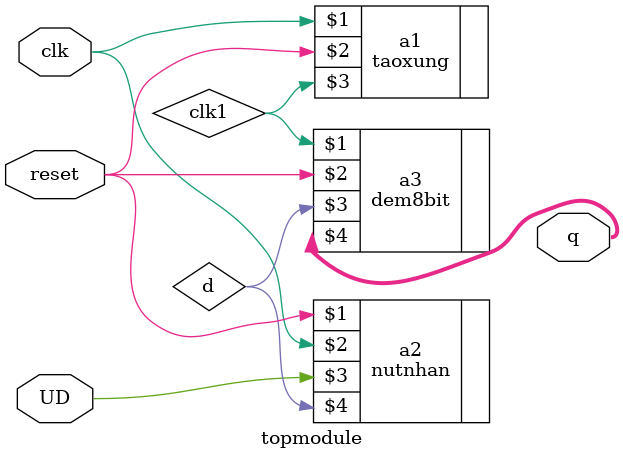
<source format=v>
`timescale 1ns / 1ps
module topmodule(
input reset, clk, UD, 
output wire [7:0]q );
wire d, clk1;
taoxung a1 (clk, reset, clk1);
nutnhan a2 (reset, clk, UD, d);
dem8bit a3 (clk1, reset, d, q);
endmodule

</source>
